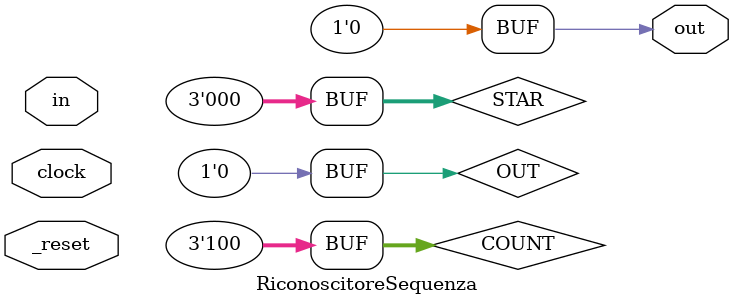
<source format=v>

module RiconoscitoreSequenza(
    in, clock, _reset,
    out
);
    input in, clock, _reset;
    output out;

    reg OUT;
    assign out = OUT;

    reg [2:0] COUNT;

    reg [2:0] STAR;
    localparam 
        S0 = 'B000,
        S1 = 'B001,
        S2 = 'B010,
        S3 = 'B011;

    always @(_reset == 0) #1
        begin
            OUT <= 0;
            STAR <= S0;
            COUNT <= 'B100;
        end

    always @(posedge clock) if(_reset == 1) #1
        casex(STAR)
            S0:
                begin
                   STAR <= (in == 0) ? S1 : S0; 
                   COUNT <= 'B100;
                end

            S1:
                begin
                    STAR <= (in == 1) ? S2 : S0; 
                end

            S2:
                begin
                    STAR <= (in == 1) ? S3 : S0;
                    OUT <= (in == 1) ? 1 : 0;
                end

            S3:
                begin
                    OUT <= (COUNT == 1) ? 0 : 1;
                    COUNT <= COUNT - 1; 
                    STAR <= (COUNT == 1) ? S0 : S3; 
                end

        endcase

endmodule

// k valora partenza
// j valore fine

// k - j + 1
// 4 - 1 + 1 = 4
// 3 - 0 + 1 = 4
</source>
